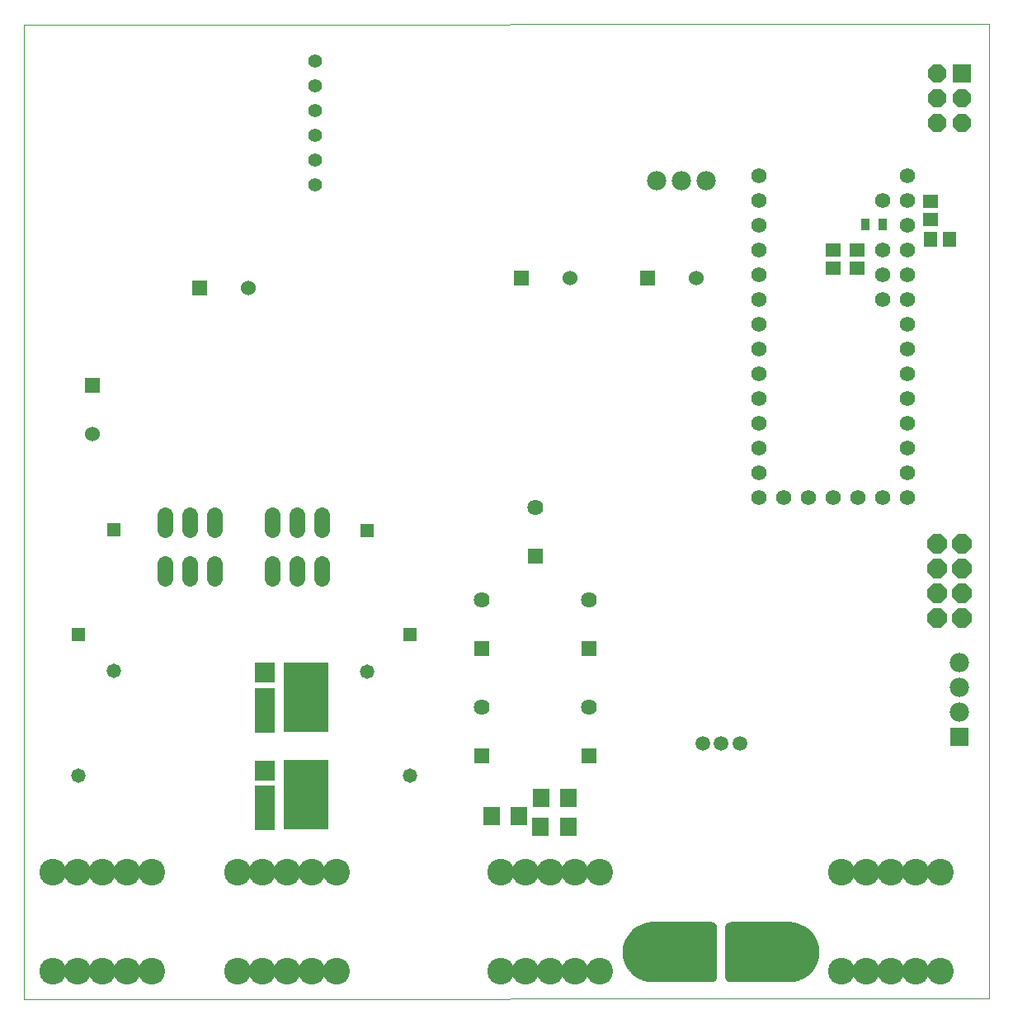
<source format=gbs>
G75*
%MOIN*%
%OFA0B0*%
%FSLAX25Y25*%
%IPPOS*%
%LPD*%
%AMOC8*
5,1,8,0,0,1.08239X$1,22.5*
%
%ADD10C,0.00000*%
%ADD11R,0.06000X0.06000*%
%ADD12C,0.06000*%
%ADD13R,0.05518X0.06306*%
%ADD14R,0.06306X0.05518*%
%ADD15R,0.06400X0.06400*%
%ADD16C,0.06400*%
%ADD17R,0.06699X0.07487*%
%ADD18OC8,0.07400*%
%ADD19R,0.07400X0.07400*%
%ADD20C,0.05550*%
%ADD21R,0.05800X0.05800*%
%ADD22C,0.05800*%
%ADD23C,0.06400*%
%ADD24C,0.06200*%
%ADD25C,0.10794*%
%ADD26R,0.18235X0.27959*%
%ADD27R,0.08274X0.08274*%
%ADD28R,0.08274X0.18117*%
%ADD29C,0.00500*%
%ADD30C,0.05943*%
%ADD31R,0.03550X0.05124*%
%ADD32R,0.07800X0.07800*%
%ADD33C,0.07800*%
%ADD34OC8,0.07800*%
D10*
X0009174Y0009174D02*
X0009174Y0402875D01*
X0398938Y0403269D01*
X0398938Y0009568D01*
X0009174Y0009174D01*
D11*
X0036733Y0257220D03*
X0080025Y0296576D03*
X0209946Y0300513D03*
X0261128Y0300513D03*
D12*
X0280828Y0300513D03*
X0229646Y0300513D03*
X0099725Y0296576D03*
X0036733Y0237520D03*
D13*
X0375513Y0316261D03*
X0382993Y0316261D03*
D14*
X0375316Y0324331D03*
X0375316Y0331812D03*
X0345788Y0312127D03*
X0345788Y0304646D03*
X0335946Y0304646D03*
X0335946Y0312127D03*
D15*
X0215867Y0188293D03*
X0237520Y0150891D03*
X0194213Y0150891D03*
X0194213Y0107584D03*
X0237520Y0107584D03*
D16*
X0237520Y0127284D03*
X0194213Y0127284D03*
X0194213Y0170591D03*
X0215867Y0207993D03*
X0237520Y0170591D03*
D17*
X0229253Y0090670D03*
X0218229Y0090670D03*
X0209213Y0083190D03*
X0217914Y0078859D03*
X0228938Y0078859D03*
X0198190Y0083190D03*
D18*
X0378032Y0363269D03*
X0378032Y0373269D03*
X0378032Y0383269D03*
X0388032Y0373269D03*
X0388032Y0363269D03*
D19*
X0388032Y0383269D03*
D20*
X0126910Y0378426D03*
X0126910Y0368426D03*
X0126910Y0358426D03*
X0126910Y0348426D03*
X0126910Y0338426D03*
X0126910Y0388426D03*
D21*
X0147835Y0198812D03*
X0164961Y0156804D03*
X0045473Y0199009D03*
X0031103Y0156607D03*
D22*
X0045473Y0142009D03*
X0031103Y0099607D03*
X0147835Y0141812D03*
X0164961Y0099804D03*
D23*
X0129410Y0179402D02*
X0129410Y0185402D01*
X0119410Y0185402D02*
X0119410Y0179402D01*
X0109410Y0179402D02*
X0109410Y0185402D01*
X0109410Y0199087D02*
X0109410Y0205087D01*
X0119410Y0205087D02*
X0119410Y0199087D01*
X0129410Y0199087D02*
X0129410Y0205087D01*
X0086103Y0205087D02*
X0086103Y0199087D01*
X0076103Y0199087D02*
X0076103Y0205087D01*
X0066103Y0205087D02*
X0066103Y0199087D01*
X0066103Y0185402D02*
X0066103Y0179402D01*
X0076103Y0179402D02*
X0076103Y0185402D01*
X0086103Y0185402D02*
X0086103Y0179402D01*
D24*
X0305946Y0211891D03*
X0315946Y0211891D03*
X0325946Y0211891D03*
X0335946Y0211891D03*
X0345946Y0211891D03*
X0355946Y0211891D03*
X0365946Y0211891D03*
X0365946Y0221891D03*
X0365946Y0231891D03*
X0365946Y0241891D03*
X0365946Y0251891D03*
X0365946Y0261891D03*
X0365946Y0271891D03*
X0365946Y0281891D03*
X0365946Y0291891D03*
X0365946Y0301891D03*
X0365946Y0311891D03*
X0355946Y0311891D03*
X0355946Y0301891D03*
X0355946Y0291891D03*
X0365946Y0321891D03*
X0365946Y0331891D03*
X0355946Y0331891D03*
X0365946Y0341891D03*
X0305946Y0341891D03*
X0305946Y0331891D03*
X0305946Y0321891D03*
X0305946Y0311891D03*
X0305946Y0301891D03*
X0305946Y0291891D03*
X0305946Y0281891D03*
X0305946Y0271891D03*
X0305946Y0261891D03*
X0305946Y0251891D03*
X0305946Y0241891D03*
X0305946Y0231891D03*
X0305946Y0221891D03*
D25*
X0339568Y0060670D03*
X0349568Y0060670D03*
X0359568Y0060670D03*
X0369568Y0060670D03*
X0379568Y0060670D03*
X0379568Y0020670D03*
X0369568Y0020670D03*
X0359568Y0020670D03*
X0349568Y0020670D03*
X0339568Y0020670D03*
X0241772Y0020670D03*
X0231772Y0020670D03*
X0221772Y0020670D03*
X0211772Y0020670D03*
X0201772Y0020670D03*
X0201772Y0060670D03*
X0211772Y0060670D03*
X0221772Y0060670D03*
X0231772Y0060670D03*
X0241772Y0060670D03*
X0135473Y0060670D03*
X0125473Y0060670D03*
X0115473Y0060670D03*
X0105473Y0060670D03*
X0095473Y0060670D03*
X0060670Y0060670D03*
X0050670Y0060670D03*
X0040670Y0060670D03*
X0030670Y0060670D03*
X0020670Y0060670D03*
X0020670Y0020670D03*
X0030670Y0020670D03*
X0040670Y0020670D03*
X0050670Y0020670D03*
X0060670Y0020670D03*
X0095473Y0020670D03*
X0105473Y0020670D03*
X0115473Y0020670D03*
X0125473Y0020670D03*
X0135473Y0020670D03*
D26*
X0123091Y0091851D03*
X0123091Y0131221D03*
D27*
X0106418Y0141182D03*
X0106418Y0101812D03*
D28*
X0106418Y0086772D03*
X0106418Y0126143D03*
D29*
X0253293Y0034733D02*
X0252485Y0033254D01*
X0251897Y0031675D01*
X0251538Y0030028D01*
X0251418Y0028347D01*
X0251538Y0026666D01*
X0251897Y0025020D01*
X0252485Y0023441D01*
X0253293Y0021962D01*
X0254303Y0020613D01*
X0255495Y0019421D01*
X0256844Y0018411D01*
X0258323Y0017604D01*
X0259902Y0017015D01*
X0261548Y0016656D01*
X0263229Y0016536D01*
X0286851Y0016536D01*
X0287289Y0016586D01*
X0287705Y0016731D01*
X0288079Y0016966D01*
X0288390Y0017277D01*
X0288625Y0017651D01*
X0288770Y0018067D01*
X0288820Y0018505D01*
X0288820Y0038190D01*
X0288770Y0038628D01*
X0288625Y0039044D01*
X0288390Y0039417D01*
X0288079Y0039729D01*
X0287705Y0039963D01*
X0287289Y0040109D01*
X0286851Y0040158D01*
X0263229Y0040158D01*
X0261548Y0040038D01*
X0259902Y0039680D01*
X0258323Y0039091D01*
X0256844Y0038283D01*
X0255495Y0037273D01*
X0254303Y0036082D01*
X0253293Y0034733D01*
X0253220Y0034598D02*
X0288820Y0034598D01*
X0288820Y0034100D02*
X0252947Y0034100D01*
X0252675Y0033601D02*
X0288820Y0033601D01*
X0288820Y0033103D02*
X0252429Y0033103D01*
X0252243Y0032604D02*
X0288820Y0032604D01*
X0288820Y0032106D02*
X0252057Y0032106D01*
X0251882Y0031607D02*
X0288820Y0031607D01*
X0288820Y0031109D02*
X0251773Y0031109D01*
X0251665Y0030610D02*
X0288820Y0030610D01*
X0288820Y0030111D02*
X0251556Y0030111D01*
X0251509Y0029613D02*
X0288820Y0029613D01*
X0288820Y0029114D02*
X0251473Y0029114D01*
X0251437Y0028616D02*
X0288820Y0028616D01*
X0288820Y0028117D02*
X0251435Y0028117D01*
X0251470Y0027619D02*
X0288820Y0027619D01*
X0288820Y0027120D02*
X0251506Y0027120D01*
X0251548Y0026622D02*
X0288820Y0026622D01*
X0288820Y0026123D02*
X0251656Y0026123D01*
X0251765Y0025625D02*
X0288820Y0025625D01*
X0288820Y0025126D02*
X0251873Y0025126D01*
X0252043Y0024628D02*
X0288820Y0024628D01*
X0288820Y0024129D02*
X0252229Y0024129D01*
X0252415Y0023631D02*
X0288820Y0023631D01*
X0288820Y0023132D02*
X0252654Y0023132D01*
X0252926Y0022634D02*
X0288820Y0022634D01*
X0288820Y0022135D02*
X0253198Y0022135D01*
X0253536Y0021637D02*
X0288820Y0021637D01*
X0288820Y0021138D02*
X0253909Y0021138D01*
X0254283Y0020640D02*
X0288820Y0020640D01*
X0288820Y0020141D02*
X0254774Y0020141D01*
X0255273Y0019643D02*
X0288820Y0019643D01*
X0288820Y0019144D02*
X0255864Y0019144D01*
X0256530Y0018646D02*
X0288820Y0018646D01*
X0288779Y0018147D02*
X0257327Y0018147D01*
X0258240Y0017649D02*
X0288624Y0017649D01*
X0288263Y0017150D02*
X0259538Y0017150D01*
X0261615Y0016652D02*
X0287478Y0016652D01*
X0292806Y0018067D02*
X0292757Y0018505D01*
X0292757Y0038190D01*
X0292806Y0038628D01*
X0292952Y0039044D01*
X0293186Y0039417D01*
X0293498Y0039729D01*
X0293871Y0039963D01*
X0294287Y0040109D01*
X0294725Y0040158D01*
X0318347Y0040158D01*
X0320028Y0040038D01*
X0321675Y0039680D01*
X0323254Y0039091D01*
X0324733Y0038283D01*
X0326082Y0037273D01*
X0327273Y0036082D01*
X0328283Y0034733D01*
X0329091Y0033254D01*
X0329680Y0031675D01*
X0330038Y0030028D01*
X0330158Y0028347D01*
X0330038Y0026666D01*
X0329680Y0025020D01*
X0329091Y0023441D01*
X0328283Y0021962D01*
X0327273Y0020613D01*
X0326082Y0019421D01*
X0324733Y0018411D01*
X0323254Y0017604D01*
X0321675Y0017015D01*
X0320028Y0016656D01*
X0318347Y0016536D01*
X0294725Y0016536D01*
X0294287Y0016586D01*
X0293871Y0016731D01*
X0293498Y0016966D01*
X0293186Y0017277D01*
X0292952Y0017651D01*
X0292806Y0018067D01*
X0292797Y0018147D02*
X0324249Y0018147D01*
X0325046Y0018646D02*
X0292757Y0018646D01*
X0292757Y0019144D02*
X0325712Y0019144D01*
X0326304Y0019643D02*
X0292757Y0019643D01*
X0292757Y0020141D02*
X0326802Y0020141D01*
X0327294Y0020640D02*
X0292757Y0020640D01*
X0292757Y0021138D02*
X0327667Y0021138D01*
X0328040Y0021637D02*
X0292757Y0021637D01*
X0292757Y0022135D02*
X0328378Y0022135D01*
X0328650Y0022634D02*
X0292757Y0022634D01*
X0292757Y0023132D02*
X0328923Y0023132D01*
X0329162Y0023631D02*
X0292757Y0023631D01*
X0292757Y0024129D02*
X0329348Y0024129D01*
X0329534Y0024628D02*
X0292757Y0024628D01*
X0292757Y0025126D02*
X0329703Y0025126D01*
X0329811Y0025625D02*
X0292757Y0025625D01*
X0292757Y0026123D02*
X0329920Y0026123D01*
X0330028Y0026622D02*
X0292757Y0026622D01*
X0292757Y0027120D02*
X0330071Y0027120D01*
X0330106Y0027619D02*
X0292757Y0027619D01*
X0292757Y0028117D02*
X0330142Y0028117D01*
X0330139Y0028616D02*
X0292757Y0028616D01*
X0292757Y0029114D02*
X0330103Y0029114D01*
X0330068Y0029613D02*
X0292757Y0029613D01*
X0292757Y0030111D02*
X0330020Y0030111D01*
X0329911Y0030610D02*
X0292757Y0030610D01*
X0292757Y0031109D02*
X0329803Y0031109D01*
X0329695Y0031607D02*
X0292757Y0031607D01*
X0292757Y0032106D02*
X0329519Y0032106D01*
X0329333Y0032604D02*
X0292757Y0032604D01*
X0292757Y0033103D02*
X0329147Y0033103D01*
X0328901Y0033601D02*
X0292757Y0033601D01*
X0292757Y0034100D02*
X0328629Y0034100D01*
X0328357Y0034598D02*
X0292757Y0034598D01*
X0292757Y0035097D02*
X0328011Y0035097D01*
X0327638Y0035595D02*
X0292757Y0035595D01*
X0292757Y0036094D02*
X0327262Y0036094D01*
X0326763Y0036592D02*
X0292757Y0036592D01*
X0292757Y0037091D02*
X0326265Y0037091D01*
X0325660Y0037589D02*
X0292757Y0037589D01*
X0292757Y0038088D02*
X0324994Y0038088D01*
X0324178Y0038586D02*
X0292801Y0038586D01*
X0292977Y0039085D02*
X0323265Y0039085D01*
X0321934Y0039583D02*
X0293352Y0039583D01*
X0294209Y0040082D02*
X0319418Y0040082D01*
X0318347Y0032284D02*
X0302599Y0032284D01*
X0302475Y0032282D01*
X0302352Y0032276D01*
X0302228Y0032267D01*
X0302106Y0032253D01*
X0301983Y0032236D01*
X0301861Y0032214D01*
X0301740Y0032189D01*
X0301620Y0032160D01*
X0301501Y0032128D01*
X0301382Y0032091D01*
X0301265Y0032051D01*
X0301150Y0032008D01*
X0301035Y0031960D01*
X0300923Y0031909D01*
X0300812Y0031855D01*
X0300702Y0031797D01*
X0300595Y0031736D01*
X0300489Y0031671D01*
X0300386Y0031603D01*
X0300285Y0031532D01*
X0300186Y0031458D01*
X0300089Y0031381D01*
X0299995Y0031300D01*
X0299904Y0031217D01*
X0299815Y0031131D01*
X0299729Y0031042D01*
X0299646Y0030951D01*
X0299565Y0030857D01*
X0299488Y0030760D01*
X0299414Y0030661D01*
X0299343Y0030560D01*
X0299275Y0030457D01*
X0299210Y0030351D01*
X0299149Y0030244D01*
X0299091Y0030134D01*
X0299037Y0030023D01*
X0298986Y0029911D01*
X0298938Y0029796D01*
X0298895Y0029681D01*
X0298855Y0029564D01*
X0298818Y0029445D01*
X0298786Y0029326D01*
X0298757Y0029206D01*
X0298732Y0029085D01*
X0298710Y0028963D01*
X0298693Y0028840D01*
X0298679Y0028718D01*
X0298670Y0028594D01*
X0298664Y0028471D01*
X0298662Y0028347D01*
X0298664Y0028223D01*
X0298670Y0028100D01*
X0298679Y0027976D01*
X0298693Y0027854D01*
X0298710Y0027731D01*
X0298732Y0027609D01*
X0298757Y0027488D01*
X0298786Y0027368D01*
X0298818Y0027249D01*
X0298855Y0027130D01*
X0298895Y0027013D01*
X0298938Y0026898D01*
X0298986Y0026783D01*
X0299037Y0026671D01*
X0299091Y0026560D01*
X0299149Y0026450D01*
X0299210Y0026343D01*
X0299275Y0026237D01*
X0299343Y0026134D01*
X0299414Y0026033D01*
X0299488Y0025934D01*
X0299565Y0025837D01*
X0299646Y0025743D01*
X0299729Y0025652D01*
X0299815Y0025563D01*
X0299904Y0025477D01*
X0299995Y0025394D01*
X0300089Y0025313D01*
X0300186Y0025236D01*
X0300285Y0025162D01*
X0300386Y0025091D01*
X0300489Y0025023D01*
X0300595Y0024958D01*
X0300702Y0024897D01*
X0300812Y0024839D01*
X0300923Y0024785D01*
X0301035Y0024734D01*
X0301150Y0024686D01*
X0301265Y0024643D01*
X0301382Y0024603D01*
X0301501Y0024566D01*
X0301620Y0024534D01*
X0301740Y0024505D01*
X0301861Y0024480D01*
X0301983Y0024458D01*
X0302106Y0024441D01*
X0302228Y0024427D01*
X0302352Y0024418D01*
X0302475Y0024412D01*
X0302599Y0024410D01*
X0318347Y0024410D01*
X0318471Y0024412D01*
X0318594Y0024418D01*
X0318718Y0024427D01*
X0318840Y0024441D01*
X0318963Y0024458D01*
X0319085Y0024480D01*
X0319206Y0024505D01*
X0319326Y0024534D01*
X0319445Y0024566D01*
X0319564Y0024603D01*
X0319681Y0024643D01*
X0319796Y0024686D01*
X0319911Y0024734D01*
X0320023Y0024785D01*
X0320134Y0024839D01*
X0320244Y0024897D01*
X0320351Y0024958D01*
X0320457Y0025023D01*
X0320560Y0025091D01*
X0320661Y0025162D01*
X0320760Y0025236D01*
X0320857Y0025313D01*
X0320951Y0025394D01*
X0321042Y0025477D01*
X0321131Y0025563D01*
X0321217Y0025652D01*
X0321300Y0025743D01*
X0321381Y0025837D01*
X0321458Y0025934D01*
X0321532Y0026033D01*
X0321603Y0026134D01*
X0321671Y0026237D01*
X0321736Y0026343D01*
X0321797Y0026450D01*
X0321855Y0026560D01*
X0321909Y0026671D01*
X0321960Y0026783D01*
X0322008Y0026898D01*
X0322051Y0027013D01*
X0322091Y0027130D01*
X0322128Y0027249D01*
X0322160Y0027368D01*
X0322189Y0027488D01*
X0322214Y0027609D01*
X0322236Y0027731D01*
X0322253Y0027854D01*
X0322267Y0027976D01*
X0322276Y0028100D01*
X0322282Y0028223D01*
X0322284Y0028347D01*
X0322282Y0028471D01*
X0322276Y0028594D01*
X0322267Y0028718D01*
X0322253Y0028840D01*
X0322236Y0028963D01*
X0322214Y0029085D01*
X0322189Y0029206D01*
X0322160Y0029326D01*
X0322128Y0029445D01*
X0322091Y0029564D01*
X0322051Y0029681D01*
X0322008Y0029796D01*
X0321960Y0029911D01*
X0321909Y0030023D01*
X0321855Y0030134D01*
X0321797Y0030244D01*
X0321736Y0030351D01*
X0321671Y0030457D01*
X0321603Y0030560D01*
X0321532Y0030661D01*
X0321458Y0030760D01*
X0321381Y0030857D01*
X0321300Y0030951D01*
X0321217Y0031042D01*
X0321131Y0031131D01*
X0321042Y0031217D01*
X0320951Y0031300D01*
X0320857Y0031381D01*
X0320760Y0031458D01*
X0320661Y0031532D01*
X0320560Y0031603D01*
X0320457Y0031671D01*
X0320351Y0031736D01*
X0320244Y0031797D01*
X0320134Y0031855D01*
X0320023Y0031909D01*
X0319911Y0031960D01*
X0319796Y0032008D01*
X0319681Y0032051D01*
X0319564Y0032091D01*
X0319445Y0032128D01*
X0319326Y0032160D01*
X0319206Y0032189D01*
X0319085Y0032214D01*
X0318963Y0032236D01*
X0318840Y0032253D01*
X0318718Y0032267D01*
X0318594Y0032276D01*
X0318471Y0032282D01*
X0318347Y0032284D01*
X0323336Y0017649D02*
X0292953Y0017649D01*
X0293313Y0017150D02*
X0322038Y0017150D01*
X0319962Y0016652D02*
X0294098Y0016652D01*
X0278977Y0024410D02*
X0263229Y0024410D01*
X0263105Y0024412D01*
X0262982Y0024418D01*
X0262858Y0024427D01*
X0262736Y0024441D01*
X0262613Y0024458D01*
X0262491Y0024480D01*
X0262370Y0024505D01*
X0262250Y0024534D01*
X0262131Y0024566D01*
X0262012Y0024603D01*
X0261895Y0024643D01*
X0261780Y0024686D01*
X0261665Y0024734D01*
X0261553Y0024785D01*
X0261442Y0024839D01*
X0261332Y0024897D01*
X0261225Y0024958D01*
X0261119Y0025023D01*
X0261016Y0025091D01*
X0260915Y0025162D01*
X0260816Y0025236D01*
X0260719Y0025313D01*
X0260625Y0025394D01*
X0260534Y0025477D01*
X0260445Y0025563D01*
X0260359Y0025652D01*
X0260276Y0025743D01*
X0260195Y0025837D01*
X0260118Y0025934D01*
X0260044Y0026033D01*
X0259973Y0026134D01*
X0259905Y0026237D01*
X0259840Y0026343D01*
X0259779Y0026450D01*
X0259721Y0026560D01*
X0259667Y0026671D01*
X0259616Y0026783D01*
X0259568Y0026898D01*
X0259525Y0027013D01*
X0259485Y0027130D01*
X0259448Y0027249D01*
X0259416Y0027368D01*
X0259387Y0027488D01*
X0259362Y0027609D01*
X0259340Y0027731D01*
X0259323Y0027854D01*
X0259309Y0027976D01*
X0259300Y0028100D01*
X0259294Y0028223D01*
X0259292Y0028347D01*
X0259294Y0028471D01*
X0259300Y0028594D01*
X0259309Y0028718D01*
X0259323Y0028840D01*
X0259340Y0028963D01*
X0259362Y0029085D01*
X0259387Y0029206D01*
X0259416Y0029326D01*
X0259448Y0029445D01*
X0259485Y0029564D01*
X0259525Y0029681D01*
X0259568Y0029796D01*
X0259616Y0029911D01*
X0259667Y0030023D01*
X0259721Y0030134D01*
X0259779Y0030244D01*
X0259840Y0030351D01*
X0259905Y0030457D01*
X0259973Y0030560D01*
X0260044Y0030661D01*
X0260118Y0030760D01*
X0260195Y0030857D01*
X0260276Y0030951D01*
X0260359Y0031042D01*
X0260445Y0031131D01*
X0260534Y0031217D01*
X0260625Y0031300D01*
X0260719Y0031381D01*
X0260816Y0031458D01*
X0260915Y0031532D01*
X0261016Y0031603D01*
X0261119Y0031671D01*
X0261225Y0031736D01*
X0261332Y0031797D01*
X0261442Y0031855D01*
X0261553Y0031909D01*
X0261665Y0031960D01*
X0261780Y0032008D01*
X0261895Y0032051D01*
X0262012Y0032091D01*
X0262131Y0032128D01*
X0262250Y0032160D01*
X0262370Y0032189D01*
X0262491Y0032214D01*
X0262613Y0032236D01*
X0262736Y0032253D01*
X0262858Y0032267D01*
X0262982Y0032276D01*
X0263105Y0032282D01*
X0263229Y0032284D01*
X0278977Y0032284D01*
X0279101Y0032282D01*
X0279224Y0032276D01*
X0279348Y0032267D01*
X0279470Y0032253D01*
X0279593Y0032236D01*
X0279715Y0032214D01*
X0279836Y0032189D01*
X0279956Y0032160D01*
X0280075Y0032128D01*
X0280194Y0032091D01*
X0280311Y0032051D01*
X0280426Y0032008D01*
X0280541Y0031960D01*
X0280653Y0031909D01*
X0280764Y0031855D01*
X0280874Y0031797D01*
X0280981Y0031736D01*
X0281087Y0031671D01*
X0281190Y0031603D01*
X0281291Y0031532D01*
X0281390Y0031458D01*
X0281487Y0031381D01*
X0281581Y0031300D01*
X0281672Y0031217D01*
X0281761Y0031131D01*
X0281847Y0031042D01*
X0281930Y0030951D01*
X0282011Y0030857D01*
X0282088Y0030760D01*
X0282162Y0030661D01*
X0282233Y0030560D01*
X0282301Y0030457D01*
X0282366Y0030351D01*
X0282427Y0030244D01*
X0282485Y0030134D01*
X0282539Y0030023D01*
X0282590Y0029911D01*
X0282638Y0029796D01*
X0282681Y0029681D01*
X0282721Y0029564D01*
X0282758Y0029445D01*
X0282790Y0029326D01*
X0282819Y0029206D01*
X0282844Y0029085D01*
X0282866Y0028963D01*
X0282883Y0028840D01*
X0282897Y0028718D01*
X0282906Y0028594D01*
X0282912Y0028471D01*
X0282914Y0028347D01*
X0282912Y0028223D01*
X0282906Y0028100D01*
X0282897Y0027976D01*
X0282883Y0027854D01*
X0282866Y0027731D01*
X0282844Y0027609D01*
X0282819Y0027488D01*
X0282790Y0027368D01*
X0282758Y0027249D01*
X0282721Y0027130D01*
X0282681Y0027013D01*
X0282638Y0026898D01*
X0282590Y0026783D01*
X0282539Y0026671D01*
X0282485Y0026560D01*
X0282427Y0026450D01*
X0282366Y0026343D01*
X0282301Y0026237D01*
X0282233Y0026134D01*
X0282162Y0026033D01*
X0282088Y0025934D01*
X0282011Y0025837D01*
X0281930Y0025743D01*
X0281847Y0025652D01*
X0281761Y0025563D01*
X0281672Y0025477D01*
X0281581Y0025394D01*
X0281487Y0025313D01*
X0281390Y0025236D01*
X0281291Y0025162D01*
X0281190Y0025091D01*
X0281087Y0025023D01*
X0280981Y0024958D01*
X0280874Y0024897D01*
X0280764Y0024839D01*
X0280653Y0024785D01*
X0280541Y0024734D01*
X0280426Y0024686D01*
X0280311Y0024643D01*
X0280194Y0024603D01*
X0280075Y0024566D01*
X0279956Y0024534D01*
X0279836Y0024505D01*
X0279715Y0024480D01*
X0279593Y0024458D01*
X0279470Y0024441D01*
X0279348Y0024427D01*
X0279224Y0024418D01*
X0279101Y0024412D01*
X0278977Y0024410D01*
X0288820Y0035097D02*
X0253565Y0035097D01*
X0253939Y0035595D02*
X0288820Y0035595D01*
X0288820Y0036094D02*
X0254315Y0036094D01*
X0254813Y0036592D02*
X0288820Y0036592D01*
X0288820Y0037091D02*
X0255312Y0037091D01*
X0255916Y0037589D02*
X0288820Y0037589D01*
X0288820Y0038088D02*
X0256582Y0038088D01*
X0257398Y0038586D02*
X0288775Y0038586D01*
X0288599Y0039085D02*
X0258311Y0039085D01*
X0259643Y0039583D02*
X0288224Y0039583D01*
X0287367Y0040082D02*
X0262159Y0040082D01*
D30*
X0283269Y0112599D03*
X0290788Y0112599D03*
X0298308Y0112599D03*
D31*
X0349135Y0322166D03*
X0356221Y0322166D03*
D32*
X0387127Y0115473D03*
D33*
X0387127Y0125473D03*
X0387127Y0135473D03*
X0387127Y0145473D03*
X0284765Y0339883D03*
X0274765Y0339883D03*
X0264765Y0339883D03*
D34*
X0378190Y0193465D03*
X0378190Y0183465D03*
X0378190Y0173465D03*
X0378190Y0163465D03*
X0388190Y0163465D03*
X0388190Y0173465D03*
X0388190Y0183465D03*
X0388190Y0193465D03*
M02*

</source>
